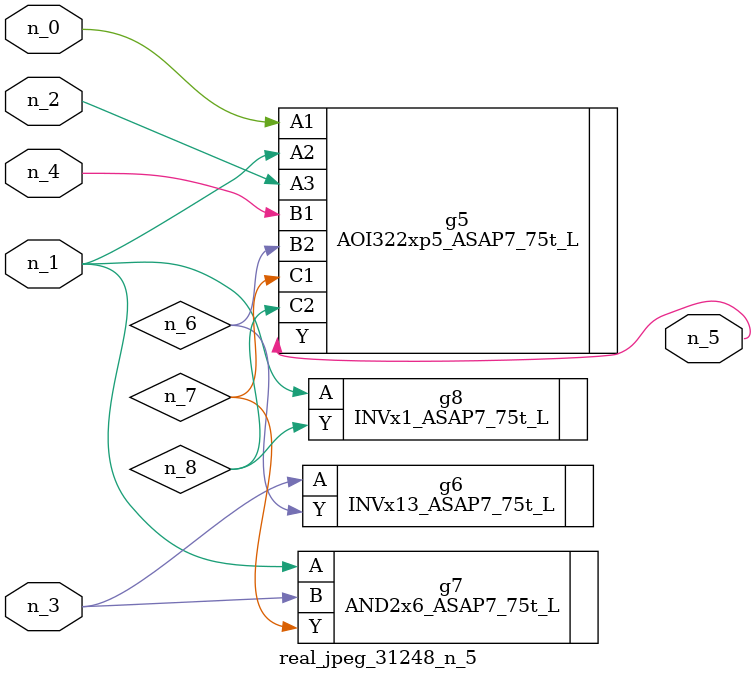
<source format=v>
module real_jpeg_31248_n_5 (n_4, n_0, n_1, n_2, n_3, n_5);

input n_4;
input n_0;
input n_1;
input n_2;
input n_3;

output n_5;

wire n_8;
wire n_6;
wire n_7;

AOI322xp5_ASAP7_75t_L g5 ( 
.A1(n_0),
.A2(n_1),
.A3(n_2),
.B1(n_4),
.B2(n_6),
.C1(n_7),
.C2(n_8),
.Y(n_5)
);

AND2x6_ASAP7_75t_L g7 ( 
.A(n_1),
.B(n_3),
.Y(n_7)
);

INVx1_ASAP7_75t_L g8 ( 
.A(n_1),
.Y(n_8)
);

INVx13_ASAP7_75t_L g6 ( 
.A(n_3),
.Y(n_6)
);


endmodule
</source>
